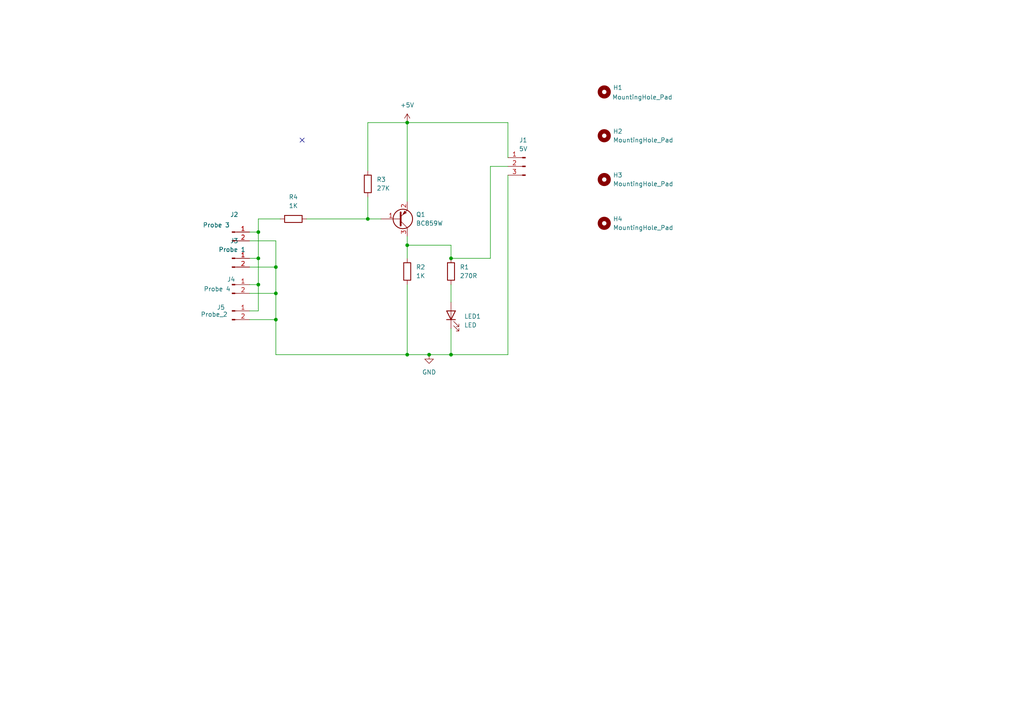
<source format=kicad_sch>
(kicad_sch
	(version 20231120)
	(generator "eeschema")
	(generator_version "8.0")
	(uuid "b9e25ce0-8019-4e73-9d2d-98f03170228e")
	(paper "A4")
	(lib_symbols
		(symbol "Connector:Conn_01x02_Pin"
			(pin_names
				(offset 1.016) hide)
			(exclude_from_sim no)
			(in_bom yes)
			(on_board yes)
			(property "Reference" "J"
				(at 0 2.54 0)
				(effects
					(font
						(size 1.27 1.27)
					)
				)
			)
			(property "Value" "Conn_01x02_Pin"
				(at 0 -5.08 0)
				(effects
					(font
						(size 1.27 1.27)
					)
				)
			)
			(property "Footprint" ""
				(at 0 0 0)
				(effects
					(font
						(size 1.27 1.27)
					)
					(hide yes)
				)
			)
			(property "Datasheet" "~"
				(at 0 0 0)
				(effects
					(font
						(size 1.27 1.27)
					)
					(hide yes)
				)
			)
			(property "Description" "Generic connector, single row, 01x02, script generated"
				(at 0 0 0)
				(effects
					(font
						(size 1.27 1.27)
					)
					(hide yes)
				)
			)
			(property "ki_locked" ""
				(at 0 0 0)
				(effects
					(font
						(size 1.27 1.27)
					)
				)
			)
			(property "ki_keywords" "connector"
				(at 0 0 0)
				(effects
					(font
						(size 1.27 1.27)
					)
					(hide yes)
				)
			)
			(property "ki_fp_filters" "Connector*:*_1x??_*"
				(at 0 0 0)
				(effects
					(font
						(size 1.27 1.27)
					)
					(hide yes)
				)
			)
			(symbol "Conn_01x02_Pin_1_1"
				(polyline
					(pts
						(xy 1.27 -2.54) (xy 0.8636 -2.54)
					)
					(stroke
						(width 0.1524)
						(type default)
					)
					(fill
						(type none)
					)
				)
				(polyline
					(pts
						(xy 1.27 0) (xy 0.8636 0)
					)
					(stroke
						(width 0.1524)
						(type default)
					)
					(fill
						(type none)
					)
				)
				(rectangle
					(start 0.8636 -2.413)
					(end 0 -2.667)
					(stroke
						(width 0.1524)
						(type default)
					)
					(fill
						(type outline)
					)
				)
				(rectangle
					(start 0.8636 0.127)
					(end 0 -0.127)
					(stroke
						(width 0.1524)
						(type default)
					)
					(fill
						(type outline)
					)
				)
				(pin passive line
					(at 5.08 0 180)
					(length 3.81)
					(name "Pin_1"
						(effects
							(font
								(size 1.27 1.27)
							)
						)
					)
					(number "1"
						(effects
							(font
								(size 1.27 1.27)
							)
						)
					)
				)
				(pin passive line
					(at 5.08 -2.54 180)
					(length 3.81)
					(name "Pin_2"
						(effects
							(font
								(size 1.27 1.27)
							)
						)
					)
					(number "2"
						(effects
							(font
								(size 1.27 1.27)
							)
						)
					)
				)
			)
		)
		(symbol "Connector:Conn_01x03_Pin"
			(pin_names
				(offset 1.016) hide)
			(exclude_from_sim no)
			(in_bom yes)
			(on_board yes)
			(property "Reference" "J"
				(at 0 5.08 0)
				(effects
					(font
						(size 1.27 1.27)
					)
				)
			)
			(property "Value" "Conn_01x03_Pin"
				(at 0 -5.08 0)
				(effects
					(font
						(size 1.27 1.27)
					)
				)
			)
			(property "Footprint" ""
				(at 0 0 0)
				(effects
					(font
						(size 1.27 1.27)
					)
					(hide yes)
				)
			)
			(property "Datasheet" "~"
				(at 0 0 0)
				(effects
					(font
						(size 1.27 1.27)
					)
					(hide yes)
				)
			)
			(property "Description" "Generic connector, single row, 01x03, script generated"
				(at 0 0 0)
				(effects
					(font
						(size 1.27 1.27)
					)
					(hide yes)
				)
			)
			(property "ki_locked" ""
				(at 0 0 0)
				(effects
					(font
						(size 1.27 1.27)
					)
				)
			)
			(property "ki_keywords" "connector"
				(at 0 0 0)
				(effects
					(font
						(size 1.27 1.27)
					)
					(hide yes)
				)
			)
			(property "ki_fp_filters" "Connector*:*_1x??_*"
				(at 0 0 0)
				(effects
					(font
						(size 1.27 1.27)
					)
					(hide yes)
				)
			)
			(symbol "Conn_01x03_Pin_1_1"
				(polyline
					(pts
						(xy 1.27 -2.54) (xy 0.8636 -2.54)
					)
					(stroke
						(width 0.1524)
						(type default)
					)
					(fill
						(type none)
					)
				)
				(polyline
					(pts
						(xy 1.27 0) (xy 0.8636 0)
					)
					(stroke
						(width 0.1524)
						(type default)
					)
					(fill
						(type none)
					)
				)
				(polyline
					(pts
						(xy 1.27 2.54) (xy 0.8636 2.54)
					)
					(stroke
						(width 0.1524)
						(type default)
					)
					(fill
						(type none)
					)
				)
				(rectangle
					(start 0.8636 -2.413)
					(end 0 -2.667)
					(stroke
						(width 0.1524)
						(type default)
					)
					(fill
						(type outline)
					)
				)
				(rectangle
					(start 0.8636 0.127)
					(end 0 -0.127)
					(stroke
						(width 0.1524)
						(type default)
					)
					(fill
						(type outline)
					)
				)
				(rectangle
					(start 0.8636 2.667)
					(end 0 2.413)
					(stroke
						(width 0.1524)
						(type default)
					)
					(fill
						(type outline)
					)
				)
				(pin passive line
					(at 5.08 2.54 180)
					(length 3.81)
					(name "Pin_1"
						(effects
							(font
								(size 1.27 1.27)
							)
						)
					)
					(number "1"
						(effects
							(font
								(size 1.27 1.27)
							)
						)
					)
				)
				(pin passive line
					(at 5.08 0 180)
					(length 3.81)
					(name "Pin_2"
						(effects
							(font
								(size 1.27 1.27)
							)
						)
					)
					(number "2"
						(effects
							(font
								(size 1.27 1.27)
							)
						)
					)
				)
				(pin passive line
					(at 5.08 -2.54 180)
					(length 3.81)
					(name "Pin_3"
						(effects
							(font
								(size 1.27 1.27)
							)
						)
					)
					(number "3"
						(effects
							(font
								(size 1.27 1.27)
							)
						)
					)
				)
			)
		)
		(symbol "Device:LED"
			(pin_numbers hide)
			(pin_names
				(offset 1.016) hide)
			(exclude_from_sim no)
			(in_bom yes)
			(on_board yes)
			(property "Reference" "D"
				(at 0 2.54 0)
				(effects
					(font
						(size 1.27 1.27)
					)
				)
			)
			(property "Value" "LED"
				(at 0 -2.54 0)
				(effects
					(font
						(size 1.27 1.27)
					)
				)
			)
			(property "Footprint" ""
				(at 0 0 0)
				(effects
					(font
						(size 1.27 1.27)
					)
					(hide yes)
				)
			)
			(property "Datasheet" "~"
				(at 0 0 0)
				(effects
					(font
						(size 1.27 1.27)
					)
					(hide yes)
				)
			)
			(property "Description" "Light emitting diode"
				(at 0 0 0)
				(effects
					(font
						(size 1.27 1.27)
					)
					(hide yes)
				)
			)
			(property "ki_keywords" "LED diode"
				(at 0 0 0)
				(effects
					(font
						(size 1.27 1.27)
					)
					(hide yes)
				)
			)
			(property "ki_fp_filters" "LED* LED_SMD:* LED_THT:*"
				(at 0 0 0)
				(effects
					(font
						(size 1.27 1.27)
					)
					(hide yes)
				)
			)
			(symbol "LED_0_1"
				(polyline
					(pts
						(xy -1.27 -1.27) (xy -1.27 1.27)
					)
					(stroke
						(width 0.254)
						(type default)
					)
					(fill
						(type none)
					)
				)
				(polyline
					(pts
						(xy -1.27 0) (xy 1.27 0)
					)
					(stroke
						(width 0)
						(type default)
					)
					(fill
						(type none)
					)
				)
				(polyline
					(pts
						(xy 1.27 -1.27) (xy 1.27 1.27) (xy -1.27 0) (xy 1.27 -1.27)
					)
					(stroke
						(width 0.254)
						(type default)
					)
					(fill
						(type none)
					)
				)
				(polyline
					(pts
						(xy -3.048 -0.762) (xy -4.572 -2.286) (xy -3.81 -2.286) (xy -4.572 -2.286) (xy -4.572 -1.524)
					)
					(stroke
						(width 0)
						(type default)
					)
					(fill
						(type none)
					)
				)
				(polyline
					(pts
						(xy -1.778 -0.762) (xy -3.302 -2.286) (xy -2.54 -2.286) (xy -3.302 -2.286) (xy -3.302 -1.524)
					)
					(stroke
						(width 0)
						(type default)
					)
					(fill
						(type none)
					)
				)
			)
			(symbol "LED_1_1"
				(pin passive line
					(at -3.81 0 0)
					(length 2.54)
					(name "K"
						(effects
							(font
								(size 1.27 1.27)
							)
						)
					)
					(number "1"
						(effects
							(font
								(size 1.27 1.27)
							)
						)
					)
				)
				(pin passive line
					(at 3.81 0 180)
					(length 2.54)
					(name "A"
						(effects
							(font
								(size 1.27 1.27)
							)
						)
					)
					(number "2"
						(effects
							(font
								(size 1.27 1.27)
							)
						)
					)
				)
			)
		)
		(symbol "Device:R"
			(pin_numbers hide)
			(pin_names
				(offset 0)
			)
			(exclude_from_sim no)
			(in_bom yes)
			(on_board yes)
			(property "Reference" "R"
				(at 2.032 0 90)
				(effects
					(font
						(size 1.27 1.27)
					)
				)
			)
			(property "Value" "R"
				(at 0 0 90)
				(effects
					(font
						(size 1.27 1.27)
					)
				)
			)
			(property "Footprint" ""
				(at -1.778 0 90)
				(effects
					(font
						(size 1.27 1.27)
					)
					(hide yes)
				)
			)
			(property "Datasheet" "~"
				(at 0 0 0)
				(effects
					(font
						(size 1.27 1.27)
					)
					(hide yes)
				)
			)
			(property "Description" "Resistor"
				(at 0 0 0)
				(effects
					(font
						(size 1.27 1.27)
					)
					(hide yes)
				)
			)
			(property "ki_keywords" "R res resistor"
				(at 0 0 0)
				(effects
					(font
						(size 1.27 1.27)
					)
					(hide yes)
				)
			)
			(property "ki_fp_filters" "R_*"
				(at 0 0 0)
				(effects
					(font
						(size 1.27 1.27)
					)
					(hide yes)
				)
			)
			(symbol "R_0_1"
				(rectangle
					(start -1.016 -2.54)
					(end 1.016 2.54)
					(stroke
						(width 0.254)
						(type default)
					)
					(fill
						(type none)
					)
				)
			)
			(symbol "R_1_1"
				(pin passive line
					(at 0 3.81 270)
					(length 1.27)
					(name "~"
						(effects
							(font
								(size 1.27 1.27)
							)
						)
					)
					(number "1"
						(effects
							(font
								(size 1.27 1.27)
							)
						)
					)
				)
				(pin passive line
					(at 0 -3.81 90)
					(length 1.27)
					(name "~"
						(effects
							(font
								(size 1.27 1.27)
							)
						)
					)
					(number "2"
						(effects
							(font
								(size 1.27 1.27)
							)
						)
					)
				)
			)
		)
		(symbol "Mechanical:MountingHole"
			(pin_names
				(offset 1.016)
			)
			(exclude_from_sim yes)
			(in_bom no)
			(on_board yes)
			(property "Reference" "H"
				(at 0 5.08 0)
				(effects
					(font
						(size 1.27 1.27)
					)
				)
			)
			(property "Value" "MountingHole"
				(at 0 3.175 0)
				(effects
					(font
						(size 1.27 1.27)
					)
				)
			)
			(property "Footprint" ""
				(at 0 0 0)
				(effects
					(font
						(size 1.27 1.27)
					)
					(hide yes)
				)
			)
			(property "Datasheet" "~"
				(at 0 0 0)
				(effects
					(font
						(size 1.27 1.27)
					)
					(hide yes)
				)
			)
			(property "Description" "Mounting Hole without connection"
				(at 0 0 0)
				(effects
					(font
						(size 1.27 1.27)
					)
					(hide yes)
				)
			)
			(property "ki_keywords" "mounting hole"
				(at 0 0 0)
				(effects
					(font
						(size 1.27 1.27)
					)
					(hide yes)
				)
			)
			(property "ki_fp_filters" "MountingHole*"
				(at 0 0 0)
				(effects
					(font
						(size 1.27 1.27)
					)
					(hide yes)
				)
			)
			(symbol "MountingHole_0_1"
				(circle
					(center 0 0)
					(radius 1.27)
					(stroke
						(width 1.27)
						(type default)
					)
					(fill
						(type none)
					)
				)
			)
		)
		(symbol "Transistor_BJT:BC859W"
			(pin_names
				(offset 0) hide)
			(exclude_from_sim no)
			(in_bom yes)
			(on_board yes)
			(property "Reference" "Q"
				(at 5.08 1.905 0)
				(effects
					(font
						(size 1.27 1.27)
					)
					(justify left)
				)
			)
			(property "Value" "BC859W"
				(at 5.08 0 0)
				(effects
					(font
						(size 1.27 1.27)
					)
					(justify left)
				)
			)
			(property "Footprint" "Package_TO_SOT_SMD:SOT-323_SC-70"
				(at 5.08 -1.905 0)
				(effects
					(font
						(size 1.27 1.27)
						(italic yes)
					)
					(justify left)
					(hide yes)
				)
			)
			(property "Datasheet" "http://www.infineon.com/dgdl/Infineon-BC857SERIES_BC858SERIES_BC859SERIES_BC860SERIES-DS-v01_01-en.pdf?fileId=db3a304314dca389011541da0e3a1661"
				(at 0 0 0)
				(effects
					(font
						(size 1.27 1.27)
					)
					(justify left)
					(hide yes)
				)
			)
			(property "Description" "0.1A Ic, 30V Vce, PNP Small Signal Transistor, SOT-323"
				(at 0 0 0)
				(effects
					(font
						(size 1.27 1.27)
					)
					(hide yes)
				)
			)
			(property "ki_keywords" "PNP Transistor"
				(at 0 0 0)
				(effects
					(font
						(size 1.27 1.27)
					)
					(hide yes)
				)
			)
			(property "ki_fp_filters" "SOT?323*"
				(at 0 0 0)
				(effects
					(font
						(size 1.27 1.27)
					)
					(hide yes)
				)
			)
			(symbol "BC859W_0_1"
				(polyline
					(pts
						(xy 0.635 0.635) (xy 2.54 2.54)
					)
					(stroke
						(width 0)
						(type default)
					)
					(fill
						(type none)
					)
				)
				(polyline
					(pts
						(xy 0.635 -0.635) (xy 2.54 -2.54) (xy 2.54 -2.54)
					)
					(stroke
						(width 0)
						(type default)
					)
					(fill
						(type none)
					)
				)
				(polyline
					(pts
						(xy 0.635 1.905) (xy 0.635 -1.905) (xy 0.635 -1.905)
					)
					(stroke
						(width 0.508)
						(type default)
					)
					(fill
						(type none)
					)
				)
				(polyline
					(pts
						(xy 2.286 -1.778) (xy 1.778 -2.286) (xy 1.27 -1.27) (xy 2.286 -1.778) (xy 2.286 -1.778)
					)
					(stroke
						(width 0)
						(type default)
					)
					(fill
						(type outline)
					)
				)
				(circle
					(center 1.27 0)
					(radius 2.8194)
					(stroke
						(width 0.254)
						(type default)
					)
					(fill
						(type none)
					)
				)
			)
			(symbol "BC859W_1_1"
				(pin input line
					(at -5.08 0 0)
					(length 5.715)
					(name "B"
						(effects
							(font
								(size 1.27 1.27)
							)
						)
					)
					(number "1"
						(effects
							(font
								(size 1.27 1.27)
							)
						)
					)
				)
				(pin passive line
					(at 2.54 -5.08 90)
					(length 2.54)
					(name "E"
						(effects
							(font
								(size 1.27 1.27)
							)
						)
					)
					(number "2"
						(effects
							(font
								(size 1.27 1.27)
							)
						)
					)
				)
				(pin passive line
					(at 2.54 5.08 270)
					(length 2.54)
					(name "C"
						(effects
							(font
								(size 1.27 1.27)
							)
						)
					)
					(number "3"
						(effects
							(font
								(size 1.27 1.27)
							)
						)
					)
				)
			)
		)
		(symbol "power:+5V"
			(power)
			(pin_numbers hide)
			(pin_names
				(offset 0) hide)
			(exclude_from_sim no)
			(in_bom yes)
			(on_board yes)
			(property "Reference" "#PWR"
				(at 0 -3.81 0)
				(effects
					(font
						(size 1.27 1.27)
					)
					(hide yes)
				)
			)
			(property "Value" "+5V"
				(at 0 3.556 0)
				(effects
					(font
						(size 1.27 1.27)
					)
				)
			)
			(property "Footprint" ""
				(at 0 0 0)
				(effects
					(font
						(size 1.27 1.27)
					)
					(hide yes)
				)
			)
			(property "Datasheet" ""
				(at 0 0 0)
				(effects
					(font
						(size 1.27 1.27)
					)
					(hide yes)
				)
			)
			(property "Description" "Power symbol creates a global label with name \"+5V\""
				(at 0 0 0)
				(effects
					(font
						(size 1.27 1.27)
					)
					(hide yes)
				)
			)
			(property "ki_keywords" "global power"
				(at 0 0 0)
				(effects
					(font
						(size 1.27 1.27)
					)
					(hide yes)
				)
			)
			(symbol "+5V_0_1"
				(polyline
					(pts
						(xy -0.762 1.27) (xy 0 2.54)
					)
					(stroke
						(width 0)
						(type default)
					)
					(fill
						(type none)
					)
				)
				(polyline
					(pts
						(xy 0 0) (xy 0 2.54)
					)
					(stroke
						(width 0)
						(type default)
					)
					(fill
						(type none)
					)
				)
				(polyline
					(pts
						(xy 0 2.54) (xy 0.762 1.27)
					)
					(stroke
						(width 0)
						(type default)
					)
					(fill
						(type none)
					)
				)
			)
			(symbol "+5V_1_1"
				(pin power_in line
					(at 0 0 90)
					(length 0)
					(name "~"
						(effects
							(font
								(size 1.27 1.27)
							)
						)
					)
					(number "1"
						(effects
							(font
								(size 1.27 1.27)
							)
						)
					)
				)
			)
		)
		(symbol "power:GND"
			(power)
			(pin_numbers hide)
			(pin_names
				(offset 0) hide)
			(exclude_from_sim no)
			(in_bom yes)
			(on_board yes)
			(property "Reference" "#PWR"
				(at 0 -6.35 0)
				(effects
					(font
						(size 1.27 1.27)
					)
					(hide yes)
				)
			)
			(property "Value" "GND"
				(at 0 -3.81 0)
				(effects
					(font
						(size 1.27 1.27)
					)
				)
			)
			(property "Footprint" ""
				(at 0 0 0)
				(effects
					(font
						(size 1.27 1.27)
					)
					(hide yes)
				)
			)
			(property "Datasheet" ""
				(at 0 0 0)
				(effects
					(font
						(size 1.27 1.27)
					)
					(hide yes)
				)
			)
			(property "Description" "Power symbol creates a global label with name \"GND\" , ground"
				(at 0 0 0)
				(effects
					(font
						(size 1.27 1.27)
					)
					(hide yes)
				)
			)
			(property "ki_keywords" "global power"
				(at 0 0 0)
				(effects
					(font
						(size 1.27 1.27)
					)
					(hide yes)
				)
			)
			(symbol "GND_0_1"
				(polyline
					(pts
						(xy 0 0) (xy 0 -1.27) (xy 1.27 -1.27) (xy 0 -2.54) (xy -1.27 -1.27) (xy 0 -1.27)
					)
					(stroke
						(width 0)
						(type default)
					)
					(fill
						(type none)
					)
				)
			)
			(symbol "GND_1_1"
				(pin power_in line
					(at 0 0 270)
					(length 0)
					(name "~"
						(effects
							(font
								(size 1.27 1.27)
							)
						)
					)
					(number "1"
						(effects
							(font
								(size 1.27 1.27)
							)
						)
					)
				)
			)
		)
	)
	(junction
		(at 118.11 102.87)
		(diameter 0)
		(color 0 0 0 0)
		(uuid "02441157-28ec-4b22-a57c-31fdd335d69e")
	)
	(junction
		(at 80.01 77.47)
		(diameter 0)
		(color 0 0 0 0)
		(uuid "112ae1ff-adfc-4fad-aad5-18c674c45d31")
	)
	(junction
		(at 118.11 35.56)
		(diameter 0)
		(color 0 0 0 0)
		(uuid "312aa248-c4a3-46a3-bfe8-35574d6d684e")
	)
	(junction
		(at 106.68 63.5)
		(diameter 0)
		(color 0 0 0 0)
		(uuid "4316e326-99b4-48e3-bf09-afd69303f852")
	)
	(junction
		(at 124.46 102.87)
		(diameter 0)
		(color 0 0 0 0)
		(uuid "48546ae7-2115-4102-96e9-386c14fd49d9")
	)
	(junction
		(at 130.81 102.87)
		(diameter 0)
		(color 0 0 0 0)
		(uuid "5352951a-cb1c-4219-b8b6-ac1d35c8726b")
	)
	(junction
		(at 74.93 74.93)
		(diameter 0)
		(color 0 0 0 0)
		(uuid "80401874-d345-4e5e-a2e9-b7f790570fd0")
	)
	(junction
		(at 74.93 67.31)
		(diameter 0)
		(color 0 0 0 0)
		(uuid "8a5a16b3-cd1d-4f52-8c74-f99356f075b0")
	)
	(junction
		(at 74.93 82.55)
		(diameter 0)
		(color 0 0 0 0)
		(uuid "a64d20c3-60ec-4fa4-b559-d8cc764a0c55")
	)
	(junction
		(at 118.11 71.12)
		(diameter 0)
		(color 0 0 0 0)
		(uuid "b0e8c53b-382e-40d2-8bcc-e181f78f2b4d")
	)
	(junction
		(at 130.81 74.93)
		(diameter 0)
		(color 0 0 0 0)
		(uuid "cd7cbbf1-fa17-49e6-9922-a8c6dbe3c7fb")
	)
	(junction
		(at 80.01 92.71)
		(diameter 0)
		(color 0 0 0 0)
		(uuid "cfb9cd50-535a-40cc-8074-749d2a1d8643")
	)
	(junction
		(at 80.01 85.09)
		(diameter 0)
		(color 0 0 0 0)
		(uuid "dcd5b4d5-1685-422f-ad9e-eeb70e40ab7b")
	)
	(no_connect
		(at 87.63 40.64)
		(uuid "2f766be4-cb52-4345-aa07-58902b43d7ae")
	)
	(wire
		(pts
			(xy 147.32 102.87) (xy 147.32 50.8)
		)
		(stroke
			(width 0)
			(type default)
		)
		(uuid "03d3d2e6-7781-4ec1-bbe0-2e1d54360b70")
	)
	(wire
		(pts
			(xy 130.81 95.25) (xy 130.81 102.87)
		)
		(stroke
			(width 0)
			(type default)
		)
		(uuid "0f369464-4718-4af8-9798-7e7fee705203")
	)
	(wire
		(pts
			(xy 118.11 102.87) (xy 80.01 102.87)
		)
		(stroke
			(width 0)
			(type default)
		)
		(uuid "184dec90-8bc8-44e3-a49b-66756429bb40")
	)
	(wire
		(pts
			(xy 80.01 92.71) (xy 80.01 85.09)
		)
		(stroke
			(width 0)
			(type default)
		)
		(uuid "1d024c97-2d0f-456b-a738-1483f4e5e50a")
	)
	(wire
		(pts
			(xy 118.11 68.58) (xy 118.11 71.12)
		)
		(stroke
			(width 0)
			(type default)
		)
		(uuid "25af8e60-e27c-474a-b781-6e1da6ec14dd")
	)
	(wire
		(pts
			(xy 130.81 74.93) (xy 142.24 74.93)
		)
		(stroke
			(width 0)
			(type default)
		)
		(uuid "2958d189-f5fd-4425-a853-37a7d6224edb")
	)
	(wire
		(pts
			(xy 72.39 90.17) (xy 74.93 90.17)
		)
		(stroke
			(width 0)
			(type default)
		)
		(uuid "2c4e5e6f-662f-43eb-9f7d-accd6ac888d0")
	)
	(wire
		(pts
			(xy 74.93 90.17) (xy 74.93 82.55)
		)
		(stroke
			(width 0)
			(type default)
		)
		(uuid "2f01c100-dd12-4744-b048-60930717b84f")
	)
	(wire
		(pts
			(xy 80.01 69.85) (xy 72.39 69.85)
		)
		(stroke
			(width 0)
			(type default)
		)
		(uuid "350f0250-8bce-44ff-b14a-13ed61567f58")
	)
	(wire
		(pts
			(xy 118.11 102.87) (xy 124.46 102.87)
		)
		(stroke
			(width 0)
			(type default)
		)
		(uuid "4224e005-1f79-4ceb-8837-53f368e9a00b")
	)
	(wire
		(pts
			(xy 130.81 74.93) (xy 130.81 71.12)
		)
		(stroke
			(width 0)
			(type default)
		)
		(uuid "487d38d9-4237-426c-956b-b39cef9aa47b")
	)
	(wire
		(pts
			(xy 74.93 74.93) (xy 74.93 67.31)
		)
		(stroke
			(width 0)
			(type default)
		)
		(uuid "4a1ea40e-755f-4e75-a58d-48df9d5e0fa1")
	)
	(wire
		(pts
			(xy 142.24 48.26) (xy 147.32 48.26)
		)
		(stroke
			(width 0)
			(type default)
		)
		(uuid "4a968640-e68c-4f55-9b9f-c65d3d3e1da8")
	)
	(wire
		(pts
			(xy 80.01 92.71) (xy 72.39 92.71)
		)
		(stroke
			(width 0)
			(type default)
		)
		(uuid "5e041664-2ec5-4e06-9452-16f38340574d")
	)
	(wire
		(pts
			(xy 74.93 67.31) (xy 74.93 63.5)
		)
		(stroke
			(width 0)
			(type default)
		)
		(uuid "67f8622f-2811-431b-8a78-b452bc4acae0")
	)
	(wire
		(pts
			(xy 72.39 67.31) (xy 74.93 67.31)
		)
		(stroke
			(width 0)
			(type default)
		)
		(uuid "69fb6138-c117-4cca-92a8-2d11d50669fa")
	)
	(wire
		(pts
			(xy 142.24 74.93) (xy 142.24 48.26)
		)
		(stroke
			(width 0)
			(type default)
		)
		(uuid "6e730f24-faa3-4861-b518-956b95977977")
	)
	(wire
		(pts
			(xy 118.11 58.42) (xy 118.11 35.56)
		)
		(stroke
			(width 0)
			(type default)
		)
		(uuid "93a24dee-d985-4d9d-b5a0-54130501a456")
	)
	(wire
		(pts
			(xy 74.93 82.55) (xy 74.93 74.93)
		)
		(stroke
			(width 0)
			(type default)
		)
		(uuid "943a61e5-3d9a-4ac2-ada7-f150cd117157")
	)
	(wire
		(pts
			(xy 80.01 77.47) (xy 80.01 69.85)
		)
		(stroke
			(width 0)
			(type default)
		)
		(uuid "96f57fb4-7aaf-4405-a2b0-d58e61c2cc58")
	)
	(wire
		(pts
			(xy 72.39 74.93) (xy 74.93 74.93)
		)
		(stroke
			(width 0)
			(type default)
		)
		(uuid "9c60d28e-9a00-4c30-918b-bc1e2f37eb5c")
	)
	(wire
		(pts
			(xy 80.01 85.09) (xy 80.01 77.47)
		)
		(stroke
			(width 0)
			(type default)
		)
		(uuid "a4961621-4180-4b28-b5a1-5834f91e1418")
	)
	(wire
		(pts
			(xy 124.46 102.87) (xy 130.81 102.87)
		)
		(stroke
			(width 0)
			(type default)
		)
		(uuid "a6a3965f-2c58-418d-bc9a-07eac3d8777f")
	)
	(wire
		(pts
			(xy 118.11 71.12) (xy 118.11 74.93)
		)
		(stroke
			(width 0)
			(type default)
		)
		(uuid "aa92c799-8439-4cbe-9b70-d0bb0325cdef")
	)
	(wire
		(pts
			(xy 80.01 102.87) (xy 80.01 92.71)
		)
		(stroke
			(width 0)
			(type default)
		)
		(uuid "ac1c21af-6e30-4865-8c7b-028bf842d7b9")
	)
	(wire
		(pts
			(xy 80.01 77.47) (xy 72.39 77.47)
		)
		(stroke
			(width 0)
			(type default)
		)
		(uuid "b63c65b5-1d6c-4b2b-b044-9a96b428905e")
	)
	(wire
		(pts
			(xy 106.68 49.53) (xy 106.68 35.56)
		)
		(stroke
			(width 0)
			(type default)
		)
		(uuid "b6643f6b-c46e-4ddf-9dac-df931b190c99")
	)
	(wire
		(pts
			(xy 110.49 63.5) (xy 106.68 63.5)
		)
		(stroke
			(width 0)
			(type default)
		)
		(uuid "b74ed13c-588f-4f41-8f70-e18c060dc372")
	)
	(wire
		(pts
			(xy 147.32 35.56) (xy 147.32 45.72)
		)
		(stroke
			(width 0)
			(type default)
		)
		(uuid "bc360389-ac35-470c-80aa-907415c43809")
	)
	(wire
		(pts
			(xy 74.93 63.5) (xy 81.28 63.5)
		)
		(stroke
			(width 0)
			(type default)
		)
		(uuid "c1b59b89-08c4-42c0-83aa-18381e94ba48")
	)
	(wire
		(pts
			(xy 106.68 35.56) (xy 118.11 35.56)
		)
		(stroke
			(width 0)
			(type default)
		)
		(uuid "c1dc2972-7713-4e97-be25-623cce82a87b")
	)
	(wire
		(pts
			(xy 72.39 85.09) (xy 80.01 85.09)
		)
		(stroke
			(width 0)
			(type default)
		)
		(uuid "c90db4d9-3141-4b92-a75c-7f8f149197ce")
	)
	(wire
		(pts
			(xy 130.81 102.87) (xy 147.32 102.87)
		)
		(stroke
			(width 0)
			(type default)
		)
		(uuid "d1de7f96-17b5-40d4-ab50-25c3143cb599")
	)
	(wire
		(pts
			(xy 118.11 82.55) (xy 118.11 102.87)
		)
		(stroke
			(width 0)
			(type default)
		)
		(uuid "dac589fb-19b4-425e-a7a0-5f7ffc13ab42")
	)
	(wire
		(pts
			(xy 118.11 71.12) (xy 130.81 71.12)
		)
		(stroke
			(width 0)
			(type default)
		)
		(uuid "e7d5da2f-c5e8-4280-85dc-f9477d0538b1")
	)
	(wire
		(pts
			(xy 72.39 82.55) (xy 74.93 82.55)
		)
		(stroke
			(width 0)
			(type default)
		)
		(uuid "e95fb4a7-3b1e-4176-8dd4-51162bc3b300")
	)
	(wire
		(pts
			(xy 130.81 82.55) (xy 130.81 87.63)
		)
		(stroke
			(width 0)
			(type default)
		)
		(uuid "ec3249ad-ab14-4026-ac2f-152480270656")
	)
	(wire
		(pts
			(xy 88.9 63.5) (xy 106.68 63.5)
		)
		(stroke
			(width 0)
			(type default)
		)
		(uuid "ecf4f3a4-4e69-4d1f-9d29-e56372fc2ba8")
	)
	(wire
		(pts
			(xy 106.68 57.15) (xy 106.68 63.5)
		)
		(stroke
			(width 0)
			(type default)
		)
		(uuid "ed528005-38ac-4324-a2fc-99cbedf032e4")
	)
	(wire
		(pts
			(xy 118.11 35.56) (xy 147.32 35.56)
		)
		(stroke
			(width 0)
			(type default)
		)
		(uuid "f1758654-6160-4fab-acde-3a6962865537")
	)
	(symbol
		(lib_id "Device:LED")
		(at 130.81 91.44 90)
		(unit 1)
		(exclude_from_sim no)
		(in_bom yes)
		(on_board yes)
		(dnp no)
		(fields_autoplaced yes)
		(uuid "127c7732-a7bf-4ffb-a2a0-c2bc9784d071")
		(property "Reference" "LED1"
			(at 134.62 91.7574 90)
			(effects
				(font
					(size 1.27 1.27)
				)
				(justify right)
			)
		)
		(property "Value" "LED"
			(at 134.62 94.2974 90)
			(effects
				(font
					(size 1.27 1.27)
				)
				(justify right)
			)
		)
		(property "Footprint" "LED_SMD:LED_0603_1608Metric_Pad1.05x0.95mm_HandSolder"
			(at 130.81 91.44 0)
			(effects
				(font
					(size 1.27 1.27)
				)
				(hide yes)
			)
		)
		(property "Datasheet" "~"
			(at 130.81 91.44 0)
			(effects
				(font
					(size 1.27 1.27)
				)
				(hide yes)
			)
		)
		(property "Description" "Light emitting diode"
			(at 130.81 91.44 0)
			(effects
				(font
					(size 1.27 1.27)
				)
				(hide yes)
			)
		)
		(pin "1"
			(uuid "cd0a4090-846e-4ef3-91c3-1799e27bb606")
		)
		(pin "2"
			(uuid "9f2e5975-85f1-410e-b8f6-54bdb7db8569")
		)
		(instances
			(project ""
				(path "/b9e25ce0-8019-4e73-9d2d-98f03170228e"
					(reference "LED1")
					(unit 1)
				)
			)
		)
	)
	(symbol
		(lib_id "Connector:Conn_01x02_Pin")
		(at 67.31 82.55 0)
		(unit 1)
		(exclude_from_sim no)
		(in_bom yes)
		(on_board yes)
		(dnp no)
		(uuid "146dad61-e67c-4627-9b9d-e8a01bd87464")
		(property "Reference" "J4"
			(at 67.056 81.026 0)
			(effects
				(font
					(size 1.27 1.27)
				)
			)
		)
		(property "Value" "Probe 4"
			(at 62.992 83.82 0)
			(effects
				(font
					(size 1.27 1.27)
				)
			)
		)
		(property "Footprint" "Connector_JST:JST_XH_B2B-XH-A_1x02_P2.50mm_Vertical"
			(at 67.31 82.55 0)
			(effects
				(font
					(size 1.27 1.27)
				)
				(hide yes)
			)
		)
		(property "Datasheet" "~"
			(at 67.31 82.55 0)
			(effects
				(font
					(size 1.27 1.27)
				)
				(hide yes)
			)
		)
		(property "Description" "Generic connector, single row, 01x02, script generated"
			(at 67.31 82.55 0)
			(effects
				(font
					(size 1.27 1.27)
				)
				(hide yes)
			)
		)
		(pin "2"
			(uuid "87211d66-b408-4fcc-a889-b908927e10e7")
		)
		(pin "1"
			(uuid "d7cc8a6b-7003-4632-9bd3-aaf870fb483a")
		)
		(instances
			(project "Schematic + PCB"
				(path "/b9e25ce0-8019-4e73-9d2d-98f03170228e"
					(reference "J4")
					(unit 1)
				)
			)
		)
	)
	(symbol
		(lib_id "Mechanical:MountingHole")
		(at 175.26 39.37 0)
		(unit 1)
		(exclude_from_sim yes)
		(in_bom no)
		(on_board yes)
		(dnp no)
		(fields_autoplaced yes)
		(uuid "295f5887-7d3e-47a4-828b-ab5b3426e9e5")
		(property "Reference" "H2"
			(at 177.8 38.0999 0)
			(effects
				(font
					(size 1.27 1.27)
				)
				(justify left)
			)
		)
		(property "Value" "MountingHole_Pad"
			(at 177.8 40.6399 0)
			(effects
				(font
					(size 1.27 1.27)
				)
				(justify left)
			)
		)
		(property "Footprint" "MountingHole:MountingHole_3.2mm_M3"
			(at 175.26 39.37 0)
			(effects
				(font
					(size 1.27 1.27)
				)
				(hide yes)
			)
		)
		(property "Datasheet" "~"
			(at 175.26 39.37 0)
			(effects
				(font
					(size 1.27 1.27)
				)
				(hide yes)
			)
		)
		(property "Description" "Mounting Hole without connection"
			(at 175.26 39.37 0)
			(effects
				(font
					(size 1.27 1.27)
				)
				(hide yes)
			)
		)
		(instances
			(project "Schematic + PCB"
				(path "/b9e25ce0-8019-4e73-9d2d-98f03170228e"
					(reference "H2")
					(unit 1)
				)
			)
		)
	)
	(symbol
		(lib_id "Transistor_BJT:BC859W")
		(at 115.57 63.5 0)
		(mirror x)
		(unit 1)
		(exclude_from_sim no)
		(in_bom yes)
		(on_board yes)
		(dnp no)
		(fields_autoplaced yes)
		(uuid "4f233aa4-828b-427a-8bd0-36f7ea64be9a")
		(property "Reference" "Q1"
			(at 120.65 62.2299 0)
			(effects
				(font
					(size 1.27 1.27)
				)
				(justify left)
			)
		)
		(property "Value" "BC859W"
			(at 120.65 64.7699 0)
			(effects
				(font
					(size 1.27 1.27)
				)
				(justify left)
			)
		)
		(property "Footprint" "Package_TO_SOT_SMD:SOT-23_Handsoldering"
			(at 120.65 61.595 0)
			(effects
				(font
					(size 1.27 1.27)
					(italic yes)
				)
				(justify left)
				(hide yes)
			)
		)
		(property "Datasheet" "http://www.infineon.com/dgdl/Infineon-BC857SERIES_BC858SERIES_BC859SERIES_BC860SERIES-DS-v01_01-en.pdf?fileId=db3a304314dca389011541da0e3a1661"
			(at 115.57 63.5 0)
			(effects
				(font
					(size 1.27 1.27)
				)
				(justify left)
				(hide yes)
			)
		)
		(property "Description" "0.1A Ic, 30V Vce, PNP Small Signal Transistor, SOT-323"
			(at 115.57 63.5 0)
			(effects
				(font
					(size 1.27 1.27)
				)
				(hide yes)
			)
		)
		(pin "1"
			(uuid "59fa6945-f43f-4b26-8975-b17efa7729d3")
		)
		(pin "3"
			(uuid "e9bc7ec1-1a77-4594-9c8e-6fb27527a920")
		)
		(pin "2"
			(uuid "ee51279b-1e29-4318-8fd0-ac9e83f35234")
		)
		(instances
			(project ""
				(path "/b9e25ce0-8019-4e73-9d2d-98f03170228e"
					(reference "Q1")
					(unit 1)
				)
			)
		)
	)
	(symbol
		(lib_id "Mechanical:MountingHole")
		(at 175.26 52.07 0)
		(unit 1)
		(exclude_from_sim yes)
		(in_bom no)
		(on_board yes)
		(dnp no)
		(fields_autoplaced yes)
		(uuid "5aec52ef-82d4-49ab-853c-64999870eabe")
		(property "Reference" "H3"
			(at 177.8 50.7999 0)
			(effects
				(font
					(size 1.27 1.27)
				)
				(justify left)
			)
		)
		(property "Value" "MountingHole_Pad"
			(at 177.8 53.3399 0)
			(effects
				(font
					(size 1.27 1.27)
				)
				(justify left)
			)
		)
		(property "Footprint" "MountingHole:MountingHole_3.2mm_M3"
			(at 175.26 52.07 0)
			(effects
				(font
					(size 1.27 1.27)
				)
				(hide yes)
			)
		)
		(property "Datasheet" "~"
			(at 175.26 52.07 0)
			(effects
				(font
					(size 1.27 1.27)
				)
				(hide yes)
			)
		)
		(property "Description" "Mounting Hole without connection"
			(at 175.26 52.07 0)
			(effects
				(font
					(size 1.27 1.27)
				)
				(hide yes)
			)
		)
		(instances
			(project "Schematic + PCB"
				(path "/b9e25ce0-8019-4e73-9d2d-98f03170228e"
					(reference "H3")
					(unit 1)
				)
			)
		)
	)
	(symbol
		(lib_id "power:+5V")
		(at 118.11 35.56 0)
		(unit 1)
		(exclude_from_sim no)
		(in_bom yes)
		(on_board yes)
		(dnp no)
		(fields_autoplaced yes)
		(uuid "603eee3d-e938-4a77-b581-3c801bddb501")
		(property "Reference" "#PWR01"
			(at 118.11 39.37 0)
			(effects
				(font
					(size 1.27 1.27)
				)
				(hide yes)
			)
		)
		(property "Value" "+5V"
			(at 118.11 30.48 0)
			(effects
				(font
					(size 1.27 1.27)
				)
			)
		)
		(property "Footprint" ""
			(at 118.11 35.56 0)
			(effects
				(font
					(size 1.27 1.27)
				)
				(hide yes)
			)
		)
		(property "Datasheet" ""
			(at 118.11 35.56 0)
			(effects
				(font
					(size 1.27 1.27)
				)
				(hide yes)
			)
		)
		(property "Description" "Power symbol creates a global label with name \"+5V\""
			(at 118.11 35.56 0)
			(effects
				(font
					(size 1.27 1.27)
				)
				(hide yes)
			)
		)
		(pin "1"
			(uuid "c35baee2-ce22-48d2-9b42-c60745ae94b0")
		)
		(instances
			(project ""
				(path "/b9e25ce0-8019-4e73-9d2d-98f03170228e"
					(reference "#PWR01")
					(unit 1)
				)
			)
		)
	)
	(symbol
		(lib_id "Mechanical:MountingHole")
		(at 175.26 64.77 0)
		(unit 1)
		(exclude_from_sim yes)
		(in_bom no)
		(on_board yes)
		(dnp no)
		(fields_autoplaced yes)
		(uuid "632ef409-8904-46c9-8db4-c0489e743258")
		(property "Reference" "H4"
			(at 177.8 63.4999 0)
			(effects
				(font
					(size 1.27 1.27)
				)
				(justify left)
			)
		)
		(property "Value" "MountingHole_Pad"
			(at 177.8 66.0399 0)
			(effects
				(font
					(size 1.27 1.27)
				)
				(justify left)
			)
		)
		(property "Footprint" "MountingHole:MountingHole_3.2mm_M3"
			(at 175.26 64.77 0)
			(effects
				(font
					(size 1.27 1.27)
				)
				(hide yes)
			)
		)
		(property "Datasheet" "~"
			(at 175.26 64.77 0)
			(effects
				(font
					(size 1.27 1.27)
				)
				(hide yes)
			)
		)
		(property "Description" "Mounting Hole without connection"
			(at 175.26 64.77 0)
			(effects
				(font
					(size 1.27 1.27)
				)
				(hide yes)
			)
		)
		(instances
			(project "Schematic + PCB"
				(path "/b9e25ce0-8019-4e73-9d2d-98f03170228e"
					(reference "H4")
					(unit 1)
				)
			)
		)
	)
	(symbol
		(lib_id "Mechanical:MountingHole")
		(at 175.26 26.67 0)
		(unit 1)
		(exclude_from_sim yes)
		(in_bom no)
		(on_board yes)
		(dnp no)
		(uuid "74f69ff0-61a0-48ab-92bf-e967b057f15e")
		(property "Reference" "H1"
			(at 177.8 25.3999 0)
			(effects
				(font
					(size 1.27 1.27)
				)
				(justify left)
			)
		)
		(property "Value" "MountingHole_Pad"
			(at 177.546 28.194 0)
			(effects
				(font
					(size 1.27 1.27)
				)
				(justify left)
			)
		)
		(property "Footprint" "MountingHole:MountingHole_3.2mm_M3"
			(at 175.26 26.67 0)
			(effects
				(font
					(size 1.27 1.27)
				)
				(hide yes)
			)
		)
		(property "Datasheet" "~"
			(at 175.26 26.67 0)
			(effects
				(font
					(size 1.27 1.27)
				)
				(hide yes)
			)
		)
		(property "Description" "Mounting Hole without connection"
			(at 175.26 26.67 0)
			(effects
				(font
					(size 1.27 1.27)
				)
				(hide yes)
			)
		)
		(instances
			(project ""
				(path "/b9e25ce0-8019-4e73-9d2d-98f03170228e"
					(reference "H1")
					(unit 1)
				)
			)
		)
	)
	(symbol
		(lib_id "Device:R")
		(at 106.68 53.34 0)
		(unit 1)
		(exclude_from_sim no)
		(in_bom yes)
		(on_board yes)
		(dnp no)
		(fields_autoplaced yes)
		(uuid "787f8c3d-8b61-4b61-89e2-aa0b4386e668")
		(property "Reference" "R3"
			(at 109.22 52.0699 0)
			(effects
				(font
					(size 1.27 1.27)
				)
				(justify left)
			)
		)
		(property "Value" "27K"
			(at 109.22 54.6099 0)
			(effects
				(font
					(size 1.27 1.27)
				)
				(justify left)
			)
		)
		(property "Footprint" "Resistor_SMD:R_0603_1608Metric_Pad0.98x0.95mm_HandSolder"
			(at 104.902 53.34 90)
			(effects
				(font
					(size 1.27 1.27)
				)
				(hide yes)
			)
		)
		(property "Datasheet" "~"
			(at 106.68 53.34 0)
			(effects
				(font
					(size 1.27 1.27)
				)
				(hide yes)
			)
		)
		(property "Description" "Resistor"
			(at 106.68 53.34 0)
			(effects
				(font
					(size 1.27 1.27)
				)
				(hide yes)
			)
		)
		(pin "2"
			(uuid "ccc3f6a9-7a26-4a45-9e58-3d7fbb3dfa87")
		)
		(pin "1"
			(uuid "6fc08a71-522c-4b8e-bf9a-138b7740d21b")
		)
		(instances
			(project ""
				(path "/b9e25ce0-8019-4e73-9d2d-98f03170228e"
					(reference "R3")
					(unit 1)
				)
			)
		)
	)
	(symbol
		(lib_id "power:GND")
		(at 124.46 102.87 0)
		(unit 1)
		(exclude_from_sim no)
		(in_bom yes)
		(on_board yes)
		(dnp no)
		(fields_autoplaced yes)
		(uuid "8f2cab01-8a45-4ff3-93d2-dec855ed68f6")
		(property "Reference" "#PWR02"
			(at 124.46 109.22 0)
			(effects
				(font
					(size 1.27 1.27)
				)
				(hide yes)
			)
		)
		(property "Value" "GND"
			(at 124.46 107.95 0)
			(effects
				(font
					(size 1.27 1.27)
				)
			)
		)
		(property "Footprint" ""
			(at 124.46 102.87 0)
			(effects
				(font
					(size 1.27 1.27)
				)
				(hide yes)
			)
		)
		(property "Datasheet" ""
			(at 124.46 102.87 0)
			(effects
				(font
					(size 1.27 1.27)
				)
				(hide yes)
			)
		)
		(property "Description" "Power symbol creates a global label with name \"GND\" , ground"
			(at 124.46 102.87 0)
			(effects
				(font
					(size 1.27 1.27)
				)
				(hide yes)
			)
		)
		(pin "1"
			(uuid "65df92ef-fb24-4e24-aedb-27f736541bd8")
		)
		(instances
			(project ""
				(path "/b9e25ce0-8019-4e73-9d2d-98f03170228e"
					(reference "#PWR02")
					(unit 1)
				)
			)
		)
	)
	(symbol
		(lib_id "Device:R")
		(at 118.11 78.74 0)
		(unit 1)
		(exclude_from_sim no)
		(in_bom yes)
		(on_board yes)
		(dnp no)
		(fields_autoplaced yes)
		(uuid "a7c5f2c0-39bf-4bd9-8e25-c5a75c25ceb9")
		(property "Reference" "R2"
			(at 120.65 77.4699 0)
			(effects
				(font
					(size 1.27 1.27)
				)
				(justify left)
			)
		)
		(property "Value" "1K"
			(at 120.65 80.0099 0)
			(effects
				(font
					(size 1.27 1.27)
				)
				(justify left)
			)
		)
		(property "Footprint" "Resistor_SMD:R_0603_1608Metric_Pad0.98x0.95mm_HandSolder"
			(at 116.332 78.74 90)
			(effects
				(font
					(size 1.27 1.27)
				)
				(hide yes)
			)
		)
		(property "Datasheet" "~"
			(at 118.11 78.74 0)
			(effects
				(font
					(size 1.27 1.27)
				)
				(hide yes)
			)
		)
		(property "Description" "Resistor"
			(at 118.11 78.74 0)
			(effects
				(font
					(size 1.27 1.27)
				)
				(hide yes)
			)
		)
		(pin "1"
			(uuid "92b4a493-7c5d-4cf3-bf73-035b0a6c4ab6")
		)
		(pin "2"
			(uuid "5d5e8dea-0abf-4188-9e6e-5cdc4553c715")
		)
		(instances
			(project "Schematic + PCB"
				(path "/b9e25ce0-8019-4e73-9d2d-98f03170228e"
					(reference "R2")
					(unit 1)
				)
			)
		)
	)
	(symbol
		(lib_id "Connector:Conn_01x02_Pin")
		(at 67.31 74.93 0)
		(unit 1)
		(exclude_from_sim no)
		(in_bom yes)
		(on_board yes)
		(dnp no)
		(uuid "a82a284c-93d5-45f2-9b1c-cd3aaceb8c80")
		(property "Reference" "J3"
			(at 67.945 69.85 0)
			(effects
				(font
					(size 1.27 1.27)
				)
			)
		)
		(property "Value" "Probe 1"
			(at 67.31 72.39 0)
			(effects
				(font
					(size 1.27 1.27)
				)
			)
		)
		(property "Footprint" "Connector_JST:JST_XH_B2B-XH-A_1x02_P2.50mm_Vertical"
			(at 67.31 74.93 0)
			(effects
				(font
					(size 1.27 1.27)
				)
				(hide yes)
			)
		)
		(property "Datasheet" "~"
			(at 67.31 74.93 0)
			(effects
				(font
					(size 1.27 1.27)
				)
				(hide yes)
			)
		)
		(property "Description" "Generic connector, single row, 01x02, script generated"
			(at 67.31 74.93 0)
			(effects
				(font
					(size 1.27 1.27)
				)
				(hide yes)
			)
		)
		(pin "2"
			(uuid "db797810-4596-4a38-a08b-62e23cf3e54f")
		)
		(pin "1"
			(uuid "3ee01d41-5cf4-456f-a311-69980de57fdd")
		)
		(instances
			(project "Schematic + PCB"
				(path "/b9e25ce0-8019-4e73-9d2d-98f03170228e"
					(reference "J3")
					(unit 1)
				)
			)
		)
	)
	(symbol
		(lib_id "Connector:Conn_01x02_Pin")
		(at 67.31 67.31 0)
		(unit 1)
		(exclude_from_sim no)
		(in_bom yes)
		(on_board yes)
		(dnp no)
		(uuid "ad8ee660-4f09-451c-88ce-63d3da4ac192")
		(property "Reference" "J2"
			(at 67.945 62.23 0)
			(effects
				(font
					(size 1.27 1.27)
				)
			)
		)
		(property "Value" "Probe 3"
			(at 62.738 65.278 0)
			(effects
				(font
					(size 1.27 1.27)
				)
			)
		)
		(property "Footprint" "Connector_JST:JST_XH_B2B-XH-A_1x02_P2.50mm_Vertical"
			(at 67.31 67.31 0)
			(effects
				(font
					(size 1.27 1.27)
				)
				(hide yes)
			)
		)
		(property "Datasheet" "~"
			(at 67.31 67.31 0)
			(effects
				(font
					(size 1.27 1.27)
				)
				(hide yes)
			)
		)
		(property "Description" "Generic connector, single row, 01x02, script generated"
			(at 67.31 67.31 0)
			(effects
				(font
					(size 1.27 1.27)
				)
				(hide yes)
			)
		)
		(pin "2"
			(uuid "3df6aa7d-0373-41d1-9d2d-a3e925c4fe04")
		)
		(pin "1"
			(uuid "e5234820-da86-4e85-a2c6-4d93692b5b90")
		)
		(instances
			(project ""
				(path "/b9e25ce0-8019-4e73-9d2d-98f03170228e"
					(reference "J2")
					(unit 1)
				)
			)
		)
	)
	(symbol
		(lib_id "Device:R")
		(at 130.81 78.74 0)
		(unit 1)
		(exclude_from_sim no)
		(in_bom yes)
		(on_board yes)
		(dnp no)
		(fields_autoplaced yes)
		(uuid "ada5f1c9-3094-4ece-8eaf-b5d5c66be6f2")
		(property "Reference" "R1"
			(at 133.35 77.4699 0)
			(effects
				(font
					(size 1.27 1.27)
				)
				(justify left)
			)
		)
		(property "Value" "270R"
			(at 133.35 80.0099 0)
			(effects
				(font
					(size 1.27 1.27)
				)
				(justify left)
			)
		)
		(property "Footprint" "Resistor_SMD:R_0603_1608Metric_Pad0.98x0.95mm_HandSolder"
			(at 129.032 78.74 90)
			(effects
				(font
					(size 1.27 1.27)
				)
				(hide yes)
			)
		)
		(property "Datasheet" "~"
			(at 130.81 78.74 0)
			(effects
				(font
					(size 1.27 1.27)
				)
				(hide yes)
			)
		)
		(property "Description" "Resistor"
			(at 130.81 78.74 0)
			(effects
				(font
					(size 1.27 1.27)
				)
				(hide yes)
			)
		)
		(pin "1"
			(uuid "ff5e7b93-bf7c-4d55-9a81-4dd127ad7478")
		)
		(pin "2"
			(uuid "bf3a0171-e167-45c9-a5a5-98087bf6febd")
		)
		(instances
			(project "Schematic + PCB"
				(path "/b9e25ce0-8019-4e73-9d2d-98f03170228e"
					(reference "R1")
					(unit 1)
				)
			)
		)
	)
	(symbol
		(lib_id "Device:R")
		(at 85.09 63.5 270)
		(unit 1)
		(exclude_from_sim no)
		(in_bom yes)
		(on_board yes)
		(dnp no)
		(fields_autoplaced yes)
		(uuid "df9e0856-d999-4f93-84d2-a2bce6fe1041")
		(property "Reference" "R4"
			(at 85.09 57.15 90)
			(effects
				(font
					(size 1.27 1.27)
				)
			)
		)
		(property "Value" "1K"
			(at 85.09 59.69 90)
			(effects
				(font
					(size 1.27 1.27)
				)
			)
		)
		(property "Footprint" "Resistor_SMD:R_0603_1608Metric_Pad0.98x0.95mm_HandSolder"
			(at 85.09 61.722 90)
			(effects
				(font
					(size 1.27 1.27)
				)
				(hide yes)
			)
		)
		(property "Datasheet" "~"
			(at 85.09 63.5 0)
			(effects
				(font
					(size 1.27 1.27)
				)
				(hide yes)
			)
		)
		(property "Description" "Resistor"
			(at 85.09 63.5 0)
			(effects
				(font
					(size 1.27 1.27)
				)
				(hide yes)
			)
		)
		(pin "1"
			(uuid "41fd094d-29d9-4efa-be0e-ead6dc6a7fb1")
		)
		(pin "2"
			(uuid "fe0ced2f-5343-4958-ba9f-83da6c9174ad")
		)
		(instances
			(project ""
				(path "/b9e25ce0-8019-4e73-9d2d-98f03170228e"
					(reference "R4")
					(unit 1)
				)
			)
		)
	)
	(symbol
		(lib_id "Connector:Conn_01x02_Pin")
		(at 67.31 90.17 0)
		(unit 1)
		(exclude_from_sim no)
		(in_bom yes)
		(on_board yes)
		(dnp no)
		(uuid "e61bc71e-9a74-4b94-b70c-417787cdf411")
		(property "Reference" "J5"
			(at 65.278 89.154 0)
			(effects
				(font
					(size 1.27 1.27)
				)
				(justify right)
			)
		)
		(property "Value" "Probe_2"
			(at 66.04 91.186 0)
			(effects
				(font
					(size 1.27 1.27)
				)
				(justify right)
			)
		)
		(property "Footprint" "Connector_JST:JST_XH_B2B-XH-A_1x02_P2.50mm_Vertical"
			(at 67.31 90.17 0)
			(effects
				(font
					(size 1.27 1.27)
				)
				(hide yes)
			)
		)
		(property "Datasheet" "~"
			(at 67.31 90.17 0)
			(effects
				(font
					(size 1.27 1.27)
				)
				(hide yes)
			)
		)
		(property "Description" "Generic connector, single row, 01x02, script generated"
			(at 67.31 90.17 0)
			(effects
				(font
					(size 1.27 1.27)
				)
				(hide yes)
			)
		)
		(pin "2"
			(uuid "b4c829cf-fbab-40f0-9787-4de32801901f")
		)
		(pin "1"
			(uuid "2882fe9c-ccdc-4609-b6ee-27dddd4db5f7")
		)
		(instances
			(project "Schematic + PCB"
				(path "/b9e25ce0-8019-4e73-9d2d-98f03170228e"
					(reference "J5")
					(unit 1)
				)
			)
		)
	)
	(symbol
		(lib_id "Connector:Conn_01x03_Pin")
		(at 152.4 48.26 0)
		(mirror y)
		(unit 1)
		(exclude_from_sim no)
		(in_bom yes)
		(on_board yes)
		(dnp no)
		(uuid "fd403e8e-0bf1-401c-a9bf-724e1835a782")
		(property "Reference" "J1"
			(at 151.765 40.64 0)
			(effects
				(font
					(size 1.27 1.27)
				)
			)
		)
		(property "Value" "5V"
			(at 151.765 43.18 0)
			(effects
				(font
					(size 1.27 1.27)
				)
			)
		)
		(property "Footprint" "Connector_JST:JST_XH_B3B-XH-A_1x03_P2.50mm_Vertical"
			(at 152.4 48.26 0)
			(effects
				(font
					(size 1.27 1.27)
				)
				(hide yes)
			)
		)
		(property "Datasheet" "~"
			(at 152.4 48.26 0)
			(effects
				(font
					(size 1.27 1.27)
				)
				(hide yes)
			)
		)
		(property "Description" "Generic connector, single row, 01x03, script generated"
			(at 152.4 48.26 0)
			(effects
				(font
					(size 1.27 1.27)
				)
				(hide yes)
			)
		)
		(pin "2"
			(uuid "56dc7755-fedb-4744-9c2c-af34a6791d47")
		)
		(pin "3"
			(uuid "7b728aa3-8bfc-48d6-b118-bec200758eb0")
		)
		(pin "1"
			(uuid "52ae0d80-7263-476c-8c55-02d0b80fdab0")
		)
		(instances
			(project ""
				(path "/b9e25ce0-8019-4e73-9d2d-98f03170228e"
					(reference "J1")
					(unit 1)
				)
			)
		)
	)
	(sheet_instances
		(path "/"
			(page "1")
		)
	)
)

</source>
